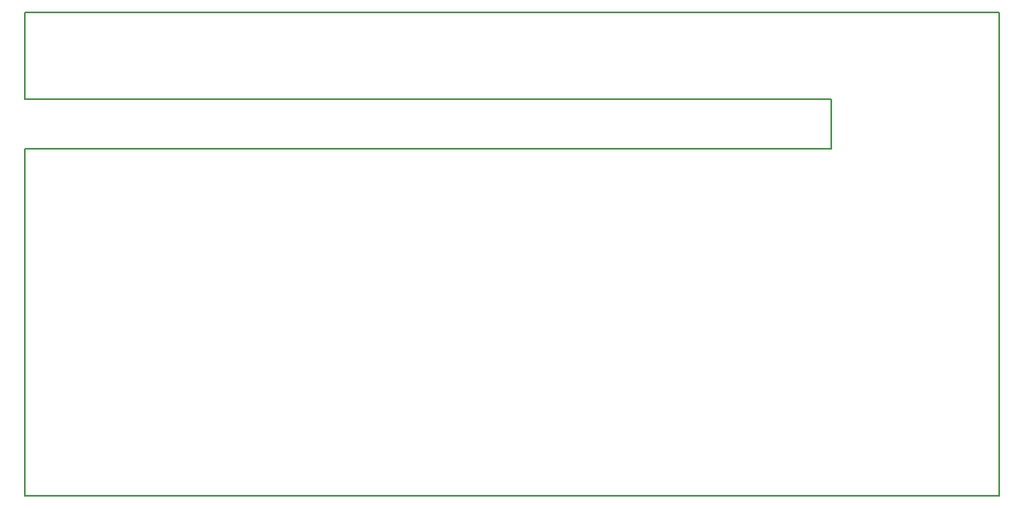
<source format=gm1>
G04 #@! TF.GenerationSoftware,KiCad,Pcbnew,(5.0.0)*
G04 #@! TF.CreationDate,2019-02-24T05:38:12+01:00*
G04 #@! TF.ProjectId,lofence,6C6F66656E63652E6B696361645F7063,rev?*
G04 #@! TF.SameCoordinates,Original*
G04 #@! TF.FileFunction,Profile,NP*
%FSLAX46Y46*%
G04 Gerber Fmt 4.6, Leading zero omitted, Abs format (unit mm)*
G04 Created by KiCad (PCBNEW (5.0.0)) date 02/24/19 05:38:12*
%MOMM*%
%LPD*%
G01*
G04 APERTURE LIST*
%ADD10C,0.150000*%
G04 APERTURE END LIST*
D10*
X60960000Y-46990000D02*
X60960000Y-82550000D01*
X143510000Y-46990000D02*
X60960000Y-46990000D01*
X143510000Y-41910000D02*
X143510000Y-46990000D01*
X160655000Y-82550000D02*
X60960000Y-82550000D01*
X160655000Y-33020000D02*
X160655000Y-82550000D01*
X160655000Y-33020000D02*
X60960000Y-33020000D01*
X138430000Y-41910000D02*
X143510000Y-41910000D01*
X60960000Y-41910000D02*
X60960000Y-33020000D01*
X60960000Y-41910000D02*
X138430000Y-41910000D01*
M02*

</source>
